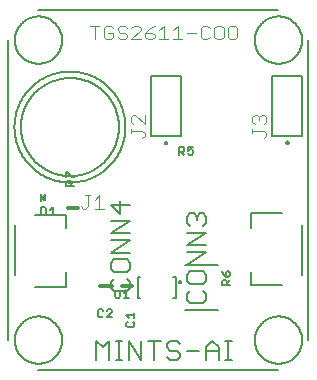
<source format=gbr>
G04 EAGLE Gerber RS-274X export*
G75*
%MOMM*%
%FSLAX34Y34*%
%LPD*%
%INSilkscreen Top*%
%IPPOS*%
%AMOC8*
5,1,8,0,0,1.08239X$1,22.5*%
G01*
%ADD10C,0.152400*%
%ADD11C,0.101600*%
%ADD12C,0.203200*%
%ADD13C,0.304800*%
%ADD14R,0.127000X0.762000*%
%ADD15C,0.127000*%
%ADD16C,0.200000*%

G36*
X30998Y142753D02*
X30998Y142753D01*
X31027Y142750D01*
X31119Y142770D01*
X31212Y142783D01*
X31239Y142796D01*
X31268Y142802D01*
X31348Y142850D01*
X31432Y142892D01*
X31453Y142913D01*
X31479Y142928D01*
X31540Y143000D01*
X31606Y143066D01*
X31619Y143092D01*
X31639Y143115D01*
X31674Y143202D01*
X31716Y143286D01*
X31720Y143316D01*
X31731Y143343D01*
X31749Y143510D01*
X31749Y148590D01*
X31744Y148619D01*
X31747Y148649D01*
X31725Y148740D01*
X31710Y148833D01*
X31696Y148859D01*
X31689Y148888D01*
X31638Y148967D01*
X31594Y149050D01*
X31573Y149071D01*
X31557Y149096D01*
X31484Y149155D01*
X31416Y149220D01*
X31389Y149232D01*
X31366Y149251D01*
X31278Y149284D01*
X31193Y149323D01*
X31163Y149326D01*
X31136Y149337D01*
X31042Y149340D01*
X30949Y149350D01*
X30919Y149344D01*
X30890Y149345D01*
X30800Y149318D01*
X30708Y149298D01*
X30683Y149283D01*
X30654Y149274D01*
X30512Y149184D01*
X27337Y146644D01*
X27268Y146567D01*
X27195Y146494D01*
X27186Y146477D01*
X27173Y146462D01*
X27131Y146366D01*
X27085Y146274D01*
X27083Y146254D01*
X27075Y146236D01*
X27066Y146133D01*
X27052Y146030D01*
X27056Y146011D01*
X27054Y145991D01*
X27079Y145890D01*
X27098Y145788D01*
X27108Y145771D01*
X27112Y145752D01*
X27168Y145665D01*
X27219Y145574D01*
X27236Y145557D01*
X27244Y145544D01*
X27269Y145524D01*
X27337Y145456D01*
X30512Y142916D01*
X30538Y142901D01*
X30560Y142881D01*
X30645Y142841D01*
X30727Y142795D01*
X30756Y142789D01*
X30783Y142777D01*
X30876Y142767D01*
X30968Y142749D01*
X30998Y142753D01*
G37*
D10*
X74422Y8382D02*
X74422Y24652D01*
X79845Y19229D01*
X85269Y24652D01*
X85269Y8382D01*
X90794Y8382D02*
X96217Y8382D01*
X93505Y8382D02*
X93505Y24652D01*
X90794Y24652D02*
X96217Y24652D01*
X101708Y24652D02*
X101708Y8382D01*
X112555Y8382D02*
X101708Y24652D01*
X112555Y24652D02*
X112555Y8382D01*
X123503Y8382D02*
X123503Y24652D01*
X118080Y24652D02*
X128926Y24652D01*
X142586Y24652D02*
X145298Y21940D01*
X142586Y24652D02*
X137163Y24652D01*
X134451Y21940D01*
X134451Y19229D01*
X137163Y16517D01*
X142586Y16517D01*
X145298Y13805D01*
X145298Y11094D01*
X142586Y8382D01*
X137163Y8382D01*
X134451Y11094D01*
X150823Y16517D02*
X161669Y16517D01*
X167194Y19229D02*
X167194Y8382D01*
X167194Y19229D02*
X172617Y24652D01*
X178041Y19229D01*
X178041Y8382D01*
X178041Y16517D02*
X167194Y16517D01*
X183566Y8382D02*
X188989Y8382D01*
X186277Y8382D02*
X186277Y24652D01*
X183566Y24652D02*
X188989Y24652D01*
D11*
X72986Y279908D02*
X72986Y291602D01*
X69088Y291602D02*
X76884Y291602D01*
X86629Y291602D02*
X88578Y289653D01*
X86629Y291602D02*
X82731Y291602D01*
X80782Y289653D01*
X80782Y281857D01*
X82731Y279908D01*
X86629Y279908D01*
X88578Y281857D01*
X88578Y285755D01*
X84680Y285755D01*
X98323Y291602D02*
X100272Y289653D01*
X98323Y291602D02*
X94425Y291602D01*
X92476Y289653D01*
X92476Y287704D01*
X94425Y285755D01*
X98323Y285755D01*
X100272Y283806D01*
X100272Y281857D01*
X98323Y279908D01*
X94425Y279908D01*
X92476Y281857D01*
X104170Y279908D02*
X111966Y279908D01*
X104170Y279908D02*
X111966Y287704D01*
X111966Y289653D01*
X110017Y291602D01*
X106119Y291602D01*
X104170Y289653D01*
X119762Y289653D02*
X123660Y291602D01*
X119762Y289653D02*
X115864Y285755D01*
X115864Y281857D01*
X117813Y279908D01*
X121711Y279908D01*
X123660Y281857D01*
X123660Y283806D01*
X121711Y285755D01*
X115864Y285755D01*
X127558Y287704D02*
X131456Y291602D01*
X131456Y279908D01*
X127558Y279908D02*
X135354Y279908D01*
X139252Y287704D02*
X143150Y291602D01*
X143150Y279908D01*
X139252Y279908D02*
X147048Y279908D01*
X150946Y285755D02*
X158742Y285755D01*
X168487Y291602D02*
X170436Y289653D01*
X168487Y291602D02*
X164589Y291602D01*
X162640Y289653D01*
X162640Y281857D01*
X164589Y279908D01*
X168487Y279908D01*
X170436Y281857D01*
X176283Y291602D02*
X180181Y291602D01*
X176283Y291602D02*
X174334Y289653D01*
X174334Y281857D01*
X176283Y279908D01*
X180181Y279908D01*
X182130Y281857D01*
X182130Y289653D01*
X180181Y291602D01*
X187977Y291602D02*
X191875Y291602D01*
X187977Y291602D02*
X186028Y289653D01*
X186028Y281857D01*
X187977Y279908D01*
X191875Y279908D01*
X193824Y281857D01*
X193824Y289653D01*
X191875Y291602D01*
D10*
X228600Y0D02*
X25400Y0D01*
X0Y25400D02*
X0Y279400D01*
X25400Y304800D02*
X228600Y304800D01*
X254000Y279400D02*
X254000Y25400D01*
D12*
X144230Y74350D02*
X144232Y74413D01*
X144238Y74475D01*
X144248Y74537D01*
X144261Y74599D01*
X144279Y74659D01*
X144300Y74718D01*
X144325Y74776D01*
X144354Y74832D01*
X144386Y74886D01*
X144421Y74938D01*
X144459Y74987D01*
X144501Y75035D01*
X144545Y75079D01*
X144593Y75121D01*
X144642Y75159D01*
X144694Y75194D01*
X144748Y75226D01*
X144804Y75255D01*
X144862Y75280D01*
X144921Y75301D01*
X144981Y75319D01*
X145043Y75332D01*
X145105Y75342D01*
X145167Y75348D01*
X145230Y75350D01*
X145293Y75348D01*
X145355Y75342D01*
X145417Y75332D01*
X145479Y75319D01*
X145539Y75301D01*
X145598Y75280D01*
X145656Y75255D01*
X145712Y75226D01*
X145766Y75194D01*
X145818Y75159D01*
X145867Y75121D01*
X145915Y75079D01*
X145959Y75035D01*
X146001Y74987D01*
X146039Y74938D01*
X146074Y74886D01*
X146106Y74832D01*
X146135Y74776D01*
X146160Y74718D01*
X146181Y74659D01*
X146199Y74599D01*
X146212Y74537D01*
X146222Y74475D01*
X146228Y74413D01*
X146230Y74350D01*
X146228Y74287D01*
X146222Y74225D01*
X146212Y74163D01*
X146199Y74101D01*
X146181Y74041D01*
X146160Y73982D01*
X146135Y73924D01*
X146106Y73868D01*
X146074Y73814D01*
X146039Y73762D01*
X146001Y73713D01*
X145959Y73665D01*
X145915Y73621D01*
X145867Y73579D01*
X145818Y73541D01*
X145766Y73506D01*
X145712Y73474D01*
X145656Y73445D01*
X145598Y73420D01*
X145539Y73399D01*
X145479Y73381D01*
X145417Y73368D01*
X145355Y73358D01*
X145293Y73352D01*
X145230Y73350D01*
X145167Y73352D01*
X145105Y73358D01*
X145043Y73368D01*
X144981Y73381D01*
X144921Y73399D01*
X144862Y73420D01*
X144804Y73445D01*
X144748Y73474D01*
X144694Y73506D01*
X144642Y73541D01*
X144593Y73579D01*
X144545Y73621D01*
X144501Y73665D01*
X144459Y73713D01*
X144421Y73762D01*
X144386Y73814D01*
X144354Y73868D01*
X144325Y73924D01*
X144300Y73982D01*
X144279Y74041D01*
X144261Y74101D01*
X144248Y74163D01*
X144238Y74225D01*
X144232Y74287D01*
X144230Y74350D01*
X141730Y60850D02*
X139730Y60850D01*
X141730Y60850D02*
X141730Y78850D01*
X139730Y78850D01*
X111730Y60850D02*
X109730Y60850D01*
X109730Y78850D01*
X111730Y78850D01*
D10*
X90014Y67824D02*
X90014Y62316D01*
X91115Y61214D01*
X93319Y61214D01*
X94420Y62316D01*
X94420Y67824D01*
X97498Y65620D02*
X99701Y67824D01*
X99701Y61214D01*
X97498Y61214D02*
X101904Y61214D01*
D13*
X104330Y71120D02*
X96330Y71120D01*
D10*
X100918Y41000D02*
X99816Y39899D01*
X99816Y37695D01*
X100918Y36594D01*
X105324Y36594D01*
X106426Y37695D01*
X106426Y39899D01*
X105324Y41000D01*
X102020Y44078D02*
X99816Y46281D01*
X106426Y46281D01*
X106426Y44078D02*
X106426Y48484D01*
X144272Y182372D02*
X144272Y188982D01*
X147577Y188982D01*
X148678Y187880D01*
X148678Y185677D01*
X147577Y184575D01*
X144272Y184575D01*
X146475Y184575D02*
X148678Y182372D01*
X151756Y188982D02*
X156163Y188982D01*
X151756Y188982D02*
X151756Y185677D01*
X153959Y186778D01*
X155061Y186778D01*
X156163Y185677D01*
X156163Y183474D01*
X155061Y182372D01*
X152858Y182372D01*
X151756Y183474D01*
D13*
X87630Y71120D02*
X77470Y71120D01*
D10*
X79269Y51314D02*
X80370Y50212D01*
X79269Y51314D02*
X77065Y51314D01*
X75964Y50212D01*
X75964Y45806D01*
X77065Y44704D01*
X79269Y44704D01*
X80370Y45806D01*
X83448Y44704D02*
X87854Y44704D01*
X83448Y44704D02*
X87854Y49110D01*
X87854Y50212D01*
X86753Y51314D01*
X84549Y51314D01*
X83448Y50212D01*
D12*
X149830Y50850D02*
X177830Y50850D01*
X177830Y88850D02*
X149830Y88850D01*
D10*
X180586Y71644D02*
X187196Y71644D01*
X180586Y71644D02*
X180586Y74949D01*
X181688Y76050D01*
X183891Y76050D01*
X184993Y74949D01*
X184993Y71644D01*
X184993Y73847D02*
X187196Y76050D01*
X181688Y81331D02*
X180586Y83534D01*
X181688Y81331D02*
X183891Y79128D01*
X186094Y79128D01*
X187196Y80229D01*
X187196Y82433D01*
X186094Y83534D01*
X184993Y83534D01*
X183891Y82433D01*
X183891Y79128D01*
D12*
X5400Y279400D02*
X5406Y279891D01*
X5424Y280381D01*
X5454Y280871D01*
X5496Y281360D01*
X5550Y281848D01*
X5616Y282335D01*
X5694Y282819D01*
X5784Y283302D01*
X5886Y283782D01*
X5999Y284260D01*
X6124Y284734D01*
X6261Y285206D01*
X6409Y285674D01*
X6569Y286138D01*
X6740Y286598D01*
X6922Y287054D01*
X7116Y287505D01*
X7320Y287951D01*
X7536Y288392D01*
X7762Y288828D01*
X7998Y289258D01*
X8245Y289682D01*
X8503Y290100D01*
X8771Y290511D01*
X9048Y290916D01*
X9336Y291314D01*
X9633Y291705D01*
X9940Y292088D01*
X10256Y292463D01*
X10581Y292831D01*
X10915Y293191D01*
X11258Y293542D01*
X11609Y293885D01*
X11969Y294219D01*
X12337Y294544D01*
X12712Y294860D01*
X13095Y295167D01*
X13486Y295464D01*
X13884Y295752D01*
X14289Y296029D01*
X14700Y296297D01*
X15118Y296555D01*
X15542Y296802D01*
X15972Y297038D01*
X16408Y297264D01*
X16849Y297480D01*
X17295Y297684D01*
X17746Y297878D01*
X18202Y298060D01*
X18662Y298231D01*
X19126Y298391D01*
X19594Y298539D01*
X20066Y298676D01*
X20540Y298801D01*
X21018Y298914D01*
X21498Y299016D01*
X21981Y299106D01*
X22465Y299184D01*
X22952Y299250D01*
X23440Y299304D01*
X23929Y299346D01*
X24419Y299376D01*
X24909Y299394D01*
X25400Y299400D01*
X25891Y299394D01*
X26381Y299376D01*
X26871Y299346D01*
X27360Y299304D01*
X27848Y299250D01*
X28335Y299184D01*
X28819Y299106D01*
X29302Y299016D01*
X29782Y298914D01*
X30260Y298801D01*
X30734Y298676D01*
X31206Y298539D01*
X31674Y298391D01*
X32138Y298231D01*
X32598Y298060D01*
X33054Y297878D01*
X33505Y297684D01*
X33951Y297480D01*
X34392Y297264D01*
X34828Y297038D01*
X35258Y296802D01*
X35682Y296555D01*
X36100Y296297D01*
X36511Y296029D01*
X36916Y295752D01*
X37314Y295464D01*
X37705Y295167D01*
X38088Y294860D01*
X38463Y294544D01*
X38831Y294219D01*
X39191Y293885D01*
X39542Y293542D01*
X39885Y293191D01*
X40219Y292831D01*
X40544Y292463D01*
X40860Y292088D01*
X41167Y291705D01*
X41464Y291314D01*
X41752Y290916D01*
X42029Y290511D01*
X42297Y290100D01*
X42555Y289682D01*
X42802Y289258D01*
X43038Y288828D01*
X43264Y288392D01*
X43480Y287951D01*
X43684Y287505D01*
X43878Y287054D01*
X44060Y286598D01*
X44231Y286138D01*
X44391Y285674D01*
X44539Y285206D01*
X44676Y284734D01*
X44801Y284260D01*
X44914Y283782D01*
X45016Y283302D01*
X45106Y282819D01*
X45184Y282335D01*
X45250Y281848D01*
X45304Y281360D01*
X45346Y280871D01*
X45376Y280381D01*
X45394Y279891D01*
X45400Y279400D01*
X45394Y278909D01*
X45376Y278419D01*
X45346Y277929D01*
X45304Y277440D01*
X45250Y276952D01*
X45184Y276465D01*
X45106Y275981D01*
X45016Y275498D01*
X44914Y275018D01*
X44801Y274540D01*
X44676Y274066D01*
X44539Y273594D01*
X44391Y273126D01*
X44231Y272662D01*
X44060Y272202D01*
X43878Y271746D01*
X43684Y271295D01*
X43480Y270849D01*
X43264Y270408D01*
X43038Y269972D01*
X42802Y269542D01*
X42555Y269118D01*
X42297Y268700D01*
X42029Y268289D01*
X41752Y267884D01*
X41464Y267486D01*
X41167Y267095D01*
X40860Y266712D01*
X40544Y266337D01*
X40219Y265969D01*
X39885Y265609D01*
X39542Y265258D01*
X39191Y264915D01*
X38831Y264581D01*
X38463Y264256D01*
X38088Y263940D01*
X37705Y263633D01*
X37314Y263336D01*
X36916Y263048D01*
X36511Y262771D01*
X36100Y262503D01*
X35682Y262245D01*
X35258Y261998D01*
X34828Y261762D01*
X34392Y261536D01*
X33951Y261320D01*
X33505Y261116D01*
X33054Y260922D01*
X32598Y260740D01*
X32138Y260569D01*
X31674Y260409D01*
X31206Y260261D01*
X30734Y260124D01*
X30260Y259999D01*
X29782Y259886D01*
X29302Y259784D01*
X28819Y259694D01*
X28335Y259616D01*
X27848Y259550D01*
X27360Y259496D01*
X26871Y259454D01*
X26381Y259424D01*
X25891Y259406D01*
X25400Y259400D01*
X24909Y259406D01*
X24419Y259424D01*
X23929Y259454D01*
X23440Y259496D01*
X22952Y259550D01*
X22465Y259616D01*
X21981Y259694D01*
X21498Y259784D01*
X21018Y259886D01*
X20540Y259999D01*
X20066Y260124D01*
X19594Y260261D01*
X19126Y260409D01*
X18662Y260569D01*
X18202Y260740D01*
X17746Y260922D01*
X17295Y261116D01*
X16849Y261320D01*
X16408Y261536D01*
X15972Y261762D01*
X15542Y261998D01*
X15118Y262245D01*
X14700Y262503D01*
X14289Y262771D01*
X13884Y263048D01*
X13486Y263336D01*
X13095Y263633D01*
X12712Y263940D01*
X12337Y264256D01*
X11969Y264581D01*
X11609Y264915D01*
X11258Y265258D01*
X10915Y265609D01*
X10581Y265969D01*
X10256Y266337D01*
X9940Y266712D01*
X9633Y267095D01*
X9336Y267486D01*
X9048Y267884D01*
X8771Y268289D01*
X8503Y268700D01*
X8245Y269118D01*
X7998Y269542D01*
X7762Y269972D01*
X7536Y270408D01*
X7320Y270849D01*
X7116Y271295D01*
X6922Y271746D01*
X6740Y272202D01*
X6569Y272662D01*
X6409Y273126D01*
X6261Y273594D01*
X6124Y274066D01*
X5999Y274540D01*
X5886Y275018D01*
X5784Y275498D01*
X5694Y275981D01*
X5616Y276465D01*
X5550Y276952D01*
X5496Y277440D01*
X5454Y277929D01*
X5424Y278419D01*
X5406Y278909D01*
X5400Y279400D01*
X208600Y279400D02*
X208606Y279891D01*
X208624Y280381D01*
X208654Y280871D01*
X208696Y281360D01*
X208750Y281848D01*
X208816Y282335D01*
X208894Y282819D01*
X208984Y283302D01*
X209086Y283782D01*
X209199Y284260D01*
X209324Y284734D01*
X209461Y285206D01*
X209609Y285674D01*
X209769Y286138D01*
X209940Y286598D01*
X210122Y287054D01*
X210316Y287505D01*
X210520Y287951D01*
X210736Y288392D01*
X210962Y288828D01*
X211198Y289258D01*
X211445Y289682D01*
X211703Y290100D01*
X211971Y290511D01*
X212248Y290916D01*
X212536Y291314D01*
X212833Y291705D01*
X213140Y292088D01*
X213456Y292463D01*
X213781Y292831D01*
X214115Y293191D01*
X214458Y293542D01*
X214809Y293885D01*
X215169Y294219D01*
X215537Y294544D01*
X215912Y294860D01*
X216295Y295167D01*
X216686Y295464D01*
X217084Y295752D01*
X217489Y296029D01*
X217900Y296297D01*
X218318Y296555D01*
X218742Y296802D01*
X219172Y297038D01*
X219608Y297264D01*
X220049Y297480D01*
X220495Y297684D01*
X220946Y297878D01*
X221402Y298060D01*
X221862Y298231D01*
X222326Y298391D01*
X222794Y298539D01*
X223266Y298676D01*
X223740Y298801D01*
X224218Y298914D01*
X224698Y299016D01*
X225181Y299106D01*
X225665Y299184D01*
X226152Y299250D01*
X226640Y299304D01*
X227129Y299346D01*
X227619Y299376D01*
X228109Y299394D01*
X228600Y299400D01*
X229091Y299394D01*
X229581Y299376D01*
X230071Y299346D01*
X230560Y299304D01*
X231048Y299250D01*
X231535Y299184D01*
X232019Y299106D01*
X232502Y299016D01*
X232982Y298914D01*
X233460Y298801D01*
X233934Y298676D01*
X234406Y298539D01*
X234874Y298391D01*
X235338Y298231D01*
X235798Y298060D01*
X236254Y297878D01*
X236705Y297684D01*
X237151Y297480D01*
X237592Y297264D01*
X238028Y297038D01*
X238458Y296802D01*
X238882Y296555D01*
X239300Y296297D01*
X239711Y296029D01*
X240116Y295752D01*
X240514Y295464D01*
X240905Y295167D01*
X241288Y294860D01*
X241663Y294544D01*
X242031Y294219D01*
X242391Y293885D01*
X242742Y293542D01*
X243085Y293191D01*
X243419Y292831D01*
X243744Y292463D01*
X244060Y292088D01*
X244367Y291705D01*
X244664Y291314D01*
X244952Y290916D01*
X245229Y290511D01*
X245497Y290100D01*
X245755Y289682D01*
X246002Y289258D01*
X246238Y288828D01*
X246464Y288392D01*
X246680Y287951D01*
X246884Y287505D01*
X247078Y287054D01*
X247260Y286598D01*
X247431Y286138D01*
X247591Y285674D01*
X247739Y285206D01*
X247876Y284734D01*
X248001Y284260D01*
X248114Y283782D01*
X248216Y283302D01*
X248306Y282819D01*
X248384Y282335D01*
X248450Y281848D01*
X248504Y281360D01*
X248546Y280871D01*
X248576Y280381D01*
X248594Y279891D01*
X248600Y279400D01*
X248594Y278909D01*
X248576Y278419D01*
X248546Y277929D01*
X248504Y277440D01*
X248450Y276952D01*
X248384Y276465D01*
X248306Y275981D01*
X248216Y275498D01*
X248114Y275018D01*
X248001Y274540D01*
X247876Y274066D01*
X247739Y273594D01*
X247591Y273126D01*
X247431Y272662D01*
X247260Y272202D01*
X247078Y271746D01*
X246884Y271295D01*
X246680Y270849D01*
X246464Y270408D01*
X246238Y269972D01*
X246002Y269542D01*
X245755Y269118D01*
X245497Y268700D01*
X245229Y268289D01*
X244952Y267884D01*
X244664Y267486D01*
X244367Y267095D01*
X244060Y266712D01*
X243744Y266337D01*
X243419Y265969D01*
X243085Y265609D01*
X242742Y265258D01*
X242391Y264915D01*
X242031Y264581D01*
X241663Y264256D01*
X241288Y263940D01*
X240905Y263633D01*
X240514Y263336D01*
X240116Y263048D01*
X239711Y262771D01*
X239300Y262503D01*
X238882Y262245D01*
X238458Y261998D01*
X238028Y261762D01*
X237592Y261536D01*
X237151Y261320D01*
X236705Y261116D01*
X236254Y260922D01*
X235798Y260740D01*
X235338Y260569D01*
X234874Y260409D01*
X234406Y260261D01*
X233934Y260124D01*
X233460Y259999D01*
X232982Y259886D01*
X232502Y259784D01*
X232019Y259694D01*
X231535Y259616D01*
X231048Y259550D01*
X230560Y259496D01*
X230071Y259454D01*
X229581Y259424D01*
X229091Y259406D01*
X228600Y259400D01*
X228109Y259406D01*
X227619Y259424D01*
X227129Y259454D01*
X226640Y259496D01*
X226152Y259550D01*
X225665Y259616D01*
X225181Y259694D01*
X224698Y259784D01*
X224218Y259886D01*
X223740Y259999D01*
X223266Y260124D01*
X222794Y260261D01*
X222326Y260409D01*
X221862Y260569D01*
X221402Y260740D01*
X220946Y260922D01*
X220495Y261116D01*
X220049Y261320D01*
X219608Y261536D01*
X219172Y261762D01*
X218742Y261998D01*
X218318Y262245D01*
X217900Y262503D01*
X217489Y262771D01*
X217084Y263048D01*
X216686Y263336D01*
X216295Y263633D01*
X215912Y263940D01*
X215537Y264256D01*
X215169Y264581D01*
X214809Y264915D01*
X214458Y265258D01*
X214115Y265609D01*
X213781Y265969D01*
X213456Y266337D01*
X213140Y266712D01*
X212833Y267095D01*
X212536Y267486D01*
X212248Y267884D01*
X211971Y268289D01*
X211703Y268700D01*
X211445Y269118D01*
X211198Y269542D01*
X210962Y269972D01*
X210736Y270408D01*
X210520Y270849D01*
X210316Y271295D01*
X210122Y271746D01*
X209940Y272202D01*
X209769Y272662D01*
X209609Y273126D01*
X209461Y273594D01*
X209324Y274066D01*
X209199Y274540D01*
X209086Y275018D01*
X208984Y275498D01*
X208894Y275981D01*
X208816Y276465D01*
X208750Y276952D01*
X208696Y277440D01*
X208654Y277929D01*
X208624Y278419D01*
X208606Y278909D01*
X208600Y279400D01*
D10*
X205190Y71600D02*
X231190Y71600D01*
X205190Y71600D02*
X205190Y82600D01*
X205190Y120600D02*
X205190Y132600D01*
X231190Y132600D01*
X248190Y122600D02*
X248190Y80600D01*
X154010Y67209D02*
X151298Y64497D01*
X151298Y59074D01*
X154010Y56362D01*
X164856Y56362D01*
X167568Y59074D01*
X167568Y64497D01*
X164856Y67209D01*
X151298Y75445D02*
X151298Y80869D01*
X151298Y75445D02*
X154010Y72734D01*
X164856Y72734D01*
X167568Y75445D01*
X167568Y80869D01*
X164856Y83580D01*
X154010Y83580D01*
X151298Y80869D01*
X151298Y89105D02*
X167568Y89105D01*
X167568Y99952D02*
X151298Y89105D01*
X151298Y99952D02*
X167568Y99952D01*
X167568Y105477D02*
X151298Y105477D01*
X167568Y116323D01*
X151298Y116323D01*
X154010Y121848D02*
X151298Y124560D01*
X151298Y129983D01*
X154010Y132695D01*
X156721Y132695D01*
X159433Y129983D01*
X159433Y127272D01*
X159433Y129983D02*
X162145Y132695D01*
X164856Y132695D01*
X167568Y129983D01*
X167568Y124560D01*
X164856Y121848D01*
X48810Y131600D02*
X22810Y131600D01*
X48810Y131600D02*
X48810Y120600D01*
X48810Y82600D02*
X48810Y70600D01*
X22810Y70600D01*
X5810Y80600D02*
X5810Y122600D01*
X86418Y74639D02*
X89130Y77351D01*
X86418Y74639D02*
X86418Y69216D01*
X89130Y66504D01*
X99976Y66504D01*
X102688Y69216D01*
X102688Y74639D01*
X99976Y77351D01*
X86418Y85587D02*
X86418Y91011D01*
X86418Y85587D02*
X89130Y82876D01*
X99976Y82876D01*
X102688Y85587D01*
X102688Y91011D01*
X99976Y93722D01*
X89130Y93722D01*
X86418Y91011D01*
X86418Y99247D02*
X102688Y99247D01*
X102688Y110094D02*
X86418Y99247D01*
X86418Y110094D02*
X102688Y110094D01*
X102688Y115619D02*
X86418Y115619D01*
X102688Y126465D01*
X86418Y126465D01*
X86418Y140125D02*
X102688Y140125D01*
X94553Y131990D02*
X86418Y140125D01*
X94553Y142837D02*
X94553Y131990D01*
D12*
X5400Y25400D02*
X5406Y25891D01*
X5424Y26381D01*
X5454Y26871D01*
X5496Y27360D01*
X5550Y27848D01*
X5616Y28335D01*
X5694Y28819D01*
X5784Y29302D01*
X5886Y29782D01*
X5999Y30260D01*
X6124Y30734D01*
X6261Y31206D01*
X6409Y31674D01*
X6569Y32138D01*
X6740Y32598D01*
X6922Y33054D01*
X7116Y33505D01*
X7320Y33951D01*
X7536Y34392D01*
X7762Y34828D01*
X7998Y35258D01*
X8245Y35682D01*
X8503Y36100D01*
X8771Y36511D01*
X9048Y36916D01*
X9336Y37314D01*
X9633Y37705D01*
X9940Y38088D01*
X10256Y38463D01*
X10581Y38831D01*
X10915Y39191D01*
X11258Y39542D01*
X11609Y39885D01*
X11969Y40219D01*
X12337Y40544D01*
X12712Y40860D01*
X13095Y41167D01*
X13486Y41464D01*
X13884Y41752D01*
X14289Y42029D01*
X14700Y42297D01*
X15118Y42555D01*
X15542Y42802D01*
X15972Y43038D01*
X16408Y43264D01*
X16849Y43480D01*
X17295Y43684D01*
X17746Y43878D01*
X18202Y44060D01*
X18662Y44231D01*
X19126Y44391D01*
X19594Y44539D01*
X20066Y44676D01*
X20540Y44801D01*
X21018Y44914D01*
X21498Y45016D01*
X21981Y45106D01*
X22465Y45184D01*
X22952Y45250D01*
X23440Y45304D01*
X23929Y45346D01*
X24419Y45376D01*
X24909Y45394D01*
X25400Y45400D01*
X25891Y45394D01*
X26381Y45376D01*
X26871Y45346D01*
X27360Y45304D01*
X27848Y45250D01*
X28335Y45184D01*
X28819Y45106D01*
X29302Y45016D01*
X29782Y44914D01*
X30260Y44801D01*
X30734Y44676D01*
X31206Y44539D01*
X31674Y44391D01*
X32138Y44231D01*
X32598Y44060D01*
X33054Y43878D01*
X33505Y43684D01*
X33951Y43480D01*
X34392Y43264D01*
X34828Y43038D01*
X35258Y42802D01*
X35682Y42555D01*
X36100Y42297D01*
X36511Y42029D01*
X36916Y41752D01*
X37314Y41464D01*
X37705Y41167D01*
X38088Y40860D01*
X38463Y40544D01*
X38831Y40219D01*
X39191Y39885D01*
X39542Y39542D01*
X39885Y39191D01*
X40219Y38831D01*
X40544Y38463D01*
X40860Y38088D01*
X41167Y37705D01*
X41464Y37314D01*
X41752Y36916D01*
X42029Y36511D01*
X42297Y36100D01*
X42555Y35682D01*
X42802Y35258D01*
X43038Y34828D01*
X43264Y34392D01*
X43480Y33951D01*
X43684Y33505D01*
X43878Y33054D01*
X44060Y32598D01*
X44231Y32138D01*
X44391Y31674D01*
X44539Y31206D01*
X44676Y30734D01*
X44801Y30260D01*
X44914Y29782D01*
X45016Y29302D01*
X45106Y28819D01*
X45184Y28335D01*
X45250Y27848D01*
X45304Y27360D01*
X45346Y26871D01*
X45376Y26381D01*
X45394Y25891D01*
X45400Y25400D01*
X45394Y24909D01*
X45376Y24419D01*
X45346Y23929D01*
X45304Y23440D01*
X45250Y22952D01*
X45184Y22465D01*
X45106Y21981D01*
X45016Y21498D01*
X44914Y21018D01*
X44801Y20540D01*
X44676Y20066D01*
X44539Y19594D01*
X44391Y19126D01*
X44231Y18662D01*
X44060Y18202D01*
X43878Y17746D01*
X43684Y17295D01*
X43480Y16849D01*
X43264Y16408D01*
X43038Y15972D01*
X42802Y15542D01*
X42555Y15118D01*
X42297Y14700D01*
X42029Y14289D01*
X41752Y13884D01*
X41464Y13486D01*
X41167Y13095D01*
X40860Y12712D01*
X40544Y12337D01*
X40219Y11969D01*
X39885Y11609D01*
X39542Y11258D01*
X39191Y10915D01*
X38831Y10581D01*
X38463Y10256D01*
X38088Y9940D01*
X37705Y9633D01*
X37314Y9336D01*
X36916Y9048D01*
X36511Y8771D01*
X36100Y8503D01*
X35682Y8245D01*
X35258Y7998D01*
X34828Y7762D01*
X34392Y7536D01*
X33951Y7320D01*
X33505Y7116D01*
X33054Y6922D01*
X32598Y6740D01*
X32138Y6569D01*
X31674Y6409D01*
X31206Y6261D01*
X30734Y6124D01*
X30260Y5999D01*
X29782Y5886D01*
X29302Y5784D01*
X28819Y5694D01*
X28335Y5616D01*
X27848Y5550D01*
X27360Y5496D01*
X26871Y5454D01*
X26381Y5424D01*
X25891Y5406D01*
X25400Y5400D01*
X24909Y5406D01*
X24419Y5424D01*
X23929Y5454D01*
X23440Y5496D01*
X22952Y5550D01*
X22465Y5616D01*
X21981Y5694D01*
X21498Y5784D01*
X21018Y5886D01*
X20540Y5999D01*
X20066Y6124D01*
X19594Y6261D01*
X19126Y6409D01*
X18662Y6569D01*
X18202Y6740D01*
X17746Y6922D01*
X17295Y7116D01*
X16849Y7320D01*
X16408Y7536D01*
X15972Y7762D01*
X15542Y7998D01*
X15118Y8245D01*
X14700Y8503D01*
X14289Y8771D01*
X13884Y9048D01*
X13486Y9336D01*
X13095Y9633D01*
X12712Y9940D01*
X12337Y10256D01*
X11969Y10581D01*
X11609Y10915D01*
X11258Y11258D01*
X10915Y11609D01*
X10581Y11969D01*
X10256Y12337D01*
X9940Y12712D01*
X9633Y13095D01*
X9336Y13486D01*
X9048Y13884D01*
X8771Y14289D01*
X8503Y14700D01*
X8245Y15118D01*
X7998Y15542D01*
X7762Y15972D01*
X7536Y16408D01*
X7320Y16849D01*
X7116Y17295D01*
X6922Y17746D01*
X6740Y18202D01*
X6569Y18662D01*
X6409Y19126D01*
X6261Y19594D01*
X6124Y20066D01*
X5999Y20540D01*
X5886Y21018D01*
X5784Y21498D01*
X5694Y21981D01*
X5616Y22465D01*
X5550Y22952D01*
X5496Y23440D01*
X5454Y23929D01*
X5424Y24419D01*
X5406Y24909D01*
X5400Y25400D01*
X208600Y25400D02*
X208606Y25891D01*
X208624Y26381D01*
X208654Y26871D01*
X208696Y27360D01*
X208750Y27848D01*
X208816Y28335D01*
X208894Y28819D01*
X208984Y29302D01*
X209086Y29782D01*
X209199Y30260D01*
X209324Y30734D01*
X209461Y31206D01*
X209609Y31674D01*
X209769Y32138D01*
X209940Y32598D01*
X210122Y33054D01*
X210316Y33505D01*
X210520Y33951D01*
X210736Y34392D01*
X210962Y34828D01*
X211198Y35258D01*
X211445Y35682D01*
X211703Y36100D01*
X211971Y36511D01*
X212248Y36916D01*
X212536Y37314D01*
X212833Y37705D01*
X213140Y38088D01*
X213456Y38463D01*
X213781Y38831D01*
X214115Y39191D01*
X214458Y39542D01*
X214809Y39885D01*
X215169Y40219D01*
X215537Y40544D01*
X215912Y40860D01*
X216295Y41167D01*
X216686Y41464D01*
X217084Y41752D01*
X217489Y42029D01*
X217900Y42297D01*
X218318Y42555D01*
X218742Y42802D01*
X219172Y43038D01*
X219608Y43264D01*
X220049Y43480D01*
X220495Y43684D01*
X220946Y43878D01*
X221402Y44060D01*
X221862Y44231D01*
X222326Y44391D01*
X222794Y44539D01*
X223266Y44676D01*
X223740Y44801D01*
X224218Y44914D01*
X224698Y45016D01*
X225181Y45106D01*
X225665Y45184D01*
X226152Y45250D01*
X226640Y45304D01*
X227129Y45346D01*
X227619Y45376D01*
X228109Y45394D01*
X228600Y45400D01*
X229091Y45394D01*
X229581Y45376D01*
X230071Y45346D01*
X230560Y45304D01*
X231048Y45250D01*
X231535Y45184D01*
X232019Y45106D01*
X232502Y45016D01*
X232982Y44914D01*
X233460Y44801D01*
X233934Y44676D01*
X234406Y44539D01*
X234874Y44391D01*
X235338Y44231D01*
X235798Y44060D01*
X236254Y43878D01*
X236705Y43684D01*
X237151Y43480D01*
X237592Y43264D01*
X238028Y43038D01*
X238458Y42802D01*
X238882Y42555D01*
X239300Y42297D01*
X239711Y42029D01*
X240116Y41752D01*
X240514Y41464D01*
X240905Y41167D01*
X241288Y40860D01*
X241663Y40544D01*
X242031Y40219D01*
X242391Y39885D01*
X242742Y39542D01*
X243085Y39191D01*
X243419Y38831D01*
X243744Y38463D01*
X244060Y38088D01*
X244367Y37705D01*
X244664Y37314D01*
X244952Y36916D01*
X245229Y36511D01*
X245497Y36100D01*
X245755Y35682D01*
X246002Y35258D01*
X246238Y34828D01*
X246464Y34392D01*
X246680Y33951D01*
X246884Y33505D01*
X247078Y33054D01*
X247260Y32598D01*
X247431Y32138D01*
X247591Y31674D01*
X247739Y31206D01*
X247876Y30734D01*
X248001Y30260D01*
X248114Y29782D01*
X248216Y29302D01*
X248306Y28819D01*
X248384Y28335D01*
X248450Y27848D01*
X248504Y27360D01*
X248546Y26871D01*
X248576Y26381D01*
X248594Y25891D01*
X248600Y25400D01*
X248594Y24909D01*
X248576Y24419D01*
X248546Y23929D01*
X248504Y23440D01*
X248450Y22952D01*
X248384Y22465D01*
X248306Y21981D01*
X248216Y21498D01*
X248114Y21018D01*
X248001Y20540D01*
X247876Y20066D01*
X247739Y19594D01*
X247591Y19126D01*
X247431Y18662D01*
X247260Y18202D01*
X247078Y17746D01*
X246884Y17295D01*
X246680Y16849D01*
X246464Y16408D01*
X246238Y15972D01*
X246002Y15542D01*
X245755Y15118D01*
X245497Y14700D01*
X245229Y14289D01*
X244952Y13884D01*
X244664Y13486D01*
X244367Y13095D01*
X244060Y12712D01*
X243744Y12337D01*
X243419Y11969D01*
X243085Y11609D01*
X242742Y11258D01*
X242391Y10915D01*
X242031Y10581D01*
X241663Y10256D01*
X241288Y9940D01*
X240905Y9633D01*
X240514Y9336D01*
X240116Y9048D01*
X239711Y8771D01*
X239300Y8503D01*
X238882Y8245D01*
X238458Y7998D01*
X238028Y7762D01*
X237592Y7536D01*
X237151Y7320D01*
X236705Y7116D01*
X236254Y6922D01*
X235798Y6740D01*
X235338Y6569D01*
X234874Y6409D01*
X234406Y6261D01*
X233934Y6124D01*
X233460Y5999D01*
X232982Y5886D01*
X232502Y5784D01*
X232019Y5694D01*
X231535Y5616D01*
X231048Y5550D01*
X230560Y5496D01*
X230071Y5454D01*
X229581Y5424D01*
X229091Y5406D01*
X228600Y5400D01*
X228109Y5406D01*
X227619Y5424D01*
X227129Y5454D01*
X226640Y5496D01*
X226152Y5550D01*
X225665Y5616D01*
X225181Y5694D01*
X224698Y5784D01*
X224218Y5886D01*
X223740Y5999D01*
X223266Y6124D01*
X222794Y6261D01*
X222326Y6409D01*
X221862Y6569D01*
X221402Y6740D01*
X220946Y6922D01*
X220495Y7116D01*
X220049Y7320D01*
X219608Y7536D01*
X219172Y7762D01*
X218742Y7998D01*
X218318Y8245D01*
X217900Y8503D01*
X217489Y8771D01*
X217084Y9048D01*
X216686Y9336D01*
X216295Y9633D01*
X215912Y9940D01*
X215537Y10256D01*
X215169Y10581D01*
X214809Y10915D01*
X214458Y11258D01*
X214115Y11609D01*
X213781Y11969D01*
X213456Y12337D01*
X213140Y12712D01*
X212833Y13095D01*
X212536Y13486D01*
X212248Y13884D01*
X211971Y14289D01*
X211703Y14700D01*
X211445Y15118D01*
X211198Y15542D01*
X210962Y15972D01*
X210736Y16408D01*
X210520Y16849D01*
X210316Y17295D01*
X210122Y17746D01*
X209940Y18202D01*
X209769Y18662D01*
X209609Y19126D01*
X209461Y19594D01*
X209324Y20066D01*
X209199Y20540D01*
X209086Y21018D01*
X208984Y21498D01*
X208894Y21981D01*
X208816Y22465D01*
X208750Y22952D01*
X208696Y23440D01*
X208654Y23929D01*
X208624Y24419D01*
X208606Y24909D01*
X208600Y25400D01*
D14*
X27178Y146050D03*
D10*
X27704Y137674D02*
X27704Y131064D01*
X31009Y131064D01*
X32110Y132166D01*
X32110Y136572D01*
X31009Y137674D01*
X27704Y137674D01*
X35188Y135470D02*
X37391Y137674D01*
X37391Y131064D01*
X35188Y131064D02*
X39594Y131064D01*
D13*
X50610Y137160D02*
X58610Y137160D01*
D10*
X55118Y155702D02*
X48508Y155702D01*
X48508Y159007D01*
X49610Y160108D01*
X51813Y160108D01*
X52915Y159007D01*
X52915Y155702D01*
X52915Y157905D02*
X55118Y160108D01*
X48508Y163186D02*
X48508Y167593D01*
X49610Y167593D01*
X54016Y163186D01*
X55118Y163186D01*
D15*
X5070Y205740D02*
X5084Y206893D01*
X5127Y208046D01*
X5197Y209198D01*
X5296Y210347D01*
X5423Y211493D01*
X5579Y212636D01*
X5762Y213775D01*
X5973Y214909D01*
X6212Y216038D01*
X6479Y217160D01*
X6773Y218275D01*
X7094Y219383D01*
X7442Y220483D01*
X7817Y221574D01*
X8219Y222655D01*
X8648Y223726D01*
X9102Y224786D01*
X9583Y225835D01*
X10088Y226872D01*
X10620Y227896D01*
X11176Y228906D01*
X11757Y229903D01*
X12362Y230885D01*
X12991Y231852D01*
X13644Y232803D01*
X14319Y233738D01*
X15018Y234656D01*
X15739Y235556D01*
X16481Y236439D01*
X17245Y237303D01*
X18030Y238148D01*
X18836Y238974D01*
X19662Y239780D01*
X20507Y240565D01*
X21371Y241329D01*
X22254Y242071D01*
X23154Y242792D01*
X24072Y243491D01*
X25007Y244166D01*
X25958Y244819D01*
X26925Y245448D01*
X27907Y246053D01*
X28904Y246634D01*
X29914Y247190D01*
X30938Y247722D01*
X31975Y248227D01*
X33024Y248708D01*
X34084Y249162D01*
X35155Y249591D01*
X36236Y249993D01*
X37327Y250368D01*
X38427Y250716D01*
X39535Y251037D01*
X40650Y251331D01*
X41772Y251598D01*
X42901Y251837D01*
X44035Y252048D01*
X45174Y252231D01*
X46317Y252387D01*
X47463Y252514D01*
X48612Y252613D01*
X49764Y252683D01*
X50917Y252726D01*
X52070Y252740D01*
X53223Y252726D01*
X54376Y252683D01*
X55528Y252613D01*
X56677Y252514D01*
X57823Y252387D01*
X58966Y252231D01*
X60105Y252048D01*
X61239Y251837D01*
X62368Y251598D01*
X63490Y251331D01*
X64605Y251037D01*
X65713Y250716D01*
X66813Y250368D01*
X67904Y249993D01*
X68985Y249591D01*
X70056Y249162D01*
X71116Y248708D01*
X72165Y248227D01*
X73202Y247722D01*
X74226Y247190D01*
X75236Y246634D01*
X76233Y246053D01*
X77215Y245448D01*
X78182Y244819D01*
X79133Y244166D01*
X80068Y243491D01*
X80986Y242792D01*
X81886Y242071D01*
X82769Y241329D01*
X83633Y240565D01*
X84478Y239780D01*
X85304Y238974D01*
X86110Y238148D01*
X86895Y237303D01*
X87659Y236439D01*
X88401Y235556D01*
X89122Y234656D01*
X89821Y233738D01*
X90496Y232803D01*
X91149Y231852D01*
X91778Y230885D01*
X92383Y229903D01*
X92964Y228906D01*
X93520Y227896D01*
X94052Y226872D01*
X94557Y225835D01*
X95038Y224786D01*
X95492Y223726D01*
X95921Y222655D01*
X96323Y221574D01*
X96698Y220483D01*
X97046Y219383D01*
X97367Y218275D01*
X97661Y217160D01*
X97928Y216038D01*
X98167Y214909D01*
X98378Y213775D01*
X98561Y212636D01*
X98717Y211493D01*
X98844Y210347D01*
X98943Y209198D01*
X99013Y208046D01*
X99056Y206893D01*
X99070Y205740D01*
X99056Y204587D01*
X99013Y203434D01*
X98943Y202282D01*
X98844Y201133D01*
X98717Y199987D01*
X98561Y198844D01*
X98378Y197705D01*
X98167Y196571D01*
X97928Y195442D01*
X97661Y194320D01*
X97367Y193205D01*
X97046Y192097D01*
X96698Y190997D01*
X96323Y189906D01*
X95921Y188825D01*
X95492Y187754D01*
X95038Y186694D01*
X94557Y185645D01*
X94052Y184608D01*
X93520Y183584D01*
X92964Y182574D01*
X92383Y181577D01*
X91778Y180595D01*
X91149Y179628D01*
X90496Y178677D01*
X89821Y177742D01*
X89122Y176824D01*
X88401Y175924D01*
X87659Y175041D01*
X86895Y174177D01*
X86110Y173332D01*
X85304Y172506D01*
X84478Y171700D01*
X83633Y170915D01*
X82769Y170151D01*
X81886Y169409D01*
X80986Y168688D01*
X80068Y167989D01*
X79133Y167314D01*
X78182Y166661D01*
X77215Y166032D01*
X76233Y165427D01*
X75236Y164846D01*
X74226Y164290D01*
X73202Y163758D01*
X72165Y163253D01*
X71116Y162772D01*
X70056Y162318D01*
X68985Y161889D01*
X67904Y161487D01*
X66813Y161112D01*
X65713Y160764D01*
X64605Y160443D01*
X63490Y160149D01*
X62368Y159882D01*
X61239Y159643D01*
X60105Y159432D01*
X58966Y159249D01*
X57823Y159093D01*
X56677Y158966D01*
X55528Y158867D01*
X54376Y158797D01*
X53223Y158754D01*
X52070Y158740D01*
X50917Y158754D01*
X49764Y158797D01*
X48612Y158867D01*
X47463Y158966D01*
X46317Y159093D01*
X45174Y159249D01*
X44035Y159432D01*
X42901Y159643D01*
X41772Y159882D01*
X40650Y160149D01*
X39535Y160443D01*
X38427Y160764D01*
X37327Y161112D01*
X36236Y161487D01*
X35155Y161889D01*
X34084Y162318D01*
X33024Y162772D01*
X31975Y163253D01*
X30938Y163758D01*
X29914Y164290D01*
X28904Y164846D01*
X27907Y165427D01*
X26925Y166032D01*
X25958Y166661D01*
X25007Y167314D01*
X24072Y167989D01*
X23154Y168688D01*
X22254Y169409D01*
X21371Y170151D01*
X20507Y170915D01*
X19662Y171700D01*
X18836Y172506D01*
X18030Y173332D01*
X17245Y174177D01*
X16481Y175041D01*
X15739Y175924D01*
X15018Y176824D01*
X14319Y177742D01*
X13644Y178677D01*
X12991Y179628D01*
X12362Y180595D01*
X11757Y181577D01*
X11176Y182574D01*
X10620Y183584D01*
X10088Y184608D01*
X9583Y185645D01*
X9102Y186694D01*
X8648Y187754D01*
X8219Y188825D01*
X7817Y189906D01*
X7442Y190997D01*
X7094Y192097D01*
X6773Y193205D01*
X6479Y194320D01*
X6212Y195442D01*
X5973Y196571D01*
X5762Y197705D01*
X5579Y198844D01*
X5423Y199987D01*
X5296Y201133D01*
X5197Y202282D01*
X5127Y203434D01*
X5084Y204587D01*
X5070Y205740D01*
X10570Y205740D02*
X10582Y206758D01*
X10620Y207776D01*
X10682Y208793D01*
X10770Y209808D01*
X10882Y210820D01*
X11019Y211829D01*
X11181Y212835D01*
X11367Y213836D01*
X11578Y214833D01*
X11814Y215824D01*
X12073Y216809D01*
X12357Y217787D01*
X12665Y218758D01*
X12996Y219721D01*
X13351Y220676D01*
X13729Y221621D01*
X14130Y222558D01*
X14554Y223484D01*
X15001Y224399D01*
X15470Y225303D01*
X15961Y226195D01*
X16474Y227075D01*
X17009Y227942D01*
X17564Y228796D01*
X18140Y229636D01*
X18737Y230462D01*
X19354Y231272D01*
X19990Y232067D01*
X20646Y232847D01*
X21321Y233610D01*
X22014Y234356D01*
X22725Y235085D01*
X23454Y235796D01*
X24200Y236489D01*
X24963Y237164D01*
X25743Y237820D01*
X26538Y238456D01*
X27348Y239073D01*
X28174Y239670D01*
X29014Y240246D01*
X29868Y240801D01*
X30735Y241336D01*
X31615Y241849D01*
X32507Y242340D01*
X33411Y242809D01*
X34326Y243256D01*
X35252Y243680D01*
X36189Y244081D01*
X37134Y244459D01*
X38089Y244814D01*
X39052Y245145D01*
X40023Y245453D01*
X41001Y245737D01*
X41986Y245996D01*
X42977Y246232D01*
X43974Y246443D01*
X44975Y246629D01*
X45981Y246791D01*
X46990Y246928D01*
X48002Y247040D01*
X49017Y247128D01*
X50034Y247190D01*
X51052Y247228D01*
X52070Y247240D01*
X53088Y247228D01*
X54106Y247190D01*
X55123Y247128D01*
X56138Y247040D01*
X57150Y246928D01*
X58159Y246791D01*
X59165Y246629D01*
X60166Y246443D01*
X61163Y246232D01*
X62154Y245996D01*
X63139Y245737D01*
X64117Y245453D01*
X65088Y245145D01*
X66051Y244814D01*
X67006Y244459D01*
X67951Y244081D01*
X68888Y243680D01*
X69814Y243256D01*
X70729Y242809D01*
X71633Y242340D01*
X72525Y241849D01*
X73405Y241336D01*
X74272Y240801D01*
X75126Y240246D01*
X75966Y239670D01*
X76792Y239073D01*
X77602Y238456D01*
X78397Y237820D01*
X79177Y237164D01*
X79940Y236489D01*
X80686Y235796D01*
X81415Y235085D01*
X82126Y234356D01*
X82819Y233610D01*
X83494Y232847D01*
X84150Y232067D01*
X84786Y231272D01*
X85403Y230462D01*
X86000Y229636D01*
X86576Y228796D01*
X87131Y227942D01*
X87666Y227075D01*
X88179Y226195D01*
X88670Y225303D01*
X89139Y224399D01*
X89586Y223484D01*
X90010Y222558D01*
X90411Y221621D01*
X90789Y220676D01*
X91144Y219721D01*
X91475Y218758D01*
X91783Y217787D01*
X92067Y216809D01*
X92326Y215824D01*
X92562Y214833D01*
X92773Y213836D01*
X92959Y212835D01*
X93121Y211829D01*
X93258Y210820D01*
X93370Y209808D01*
X93458Y208793D01*
X93520Y207776D01*
X93558Y206758D01*
X93570Y205740D01*
X93558Y204722D01*
X93520Y203704D01*
X93458Y202687D01*
X93370Y201672D01*
X93258Y200660D01*
X93121Y199651D01*
X92959Y198645D01*
X92773Y197644D01*
X92562Y196647D01*
X92326Y195656D01*
X92067Y194671D01*
X91783Y193693D01*
X91475Y192722D01*
X91144Y191759D01*
X90789Y190804D01*
X90411Y189859D01*
X90010Y188922D01*
X89586Y187996D01*
X89139Y187081D01*
X88670Y186177D01*
X88179Y185285D01*
X87666Y184405D01*
X87131Y183538D01*
X86576Y182684D01*
X86000Y181844D01*
X85403Y181018D01*
X84786Y180208D01*
X84150Y179413D01*
X83494Y178633D01*
X82819Y177870D01*
X82126Y177124D01*
X81415Y176395D01*
X80686Y175684D01*
X79940Y174991D01*
X79177Y174316D01*
X78397Y173660D01*
X77602Y173024D01*
X76792Y172407D01*
X75966Y171810D01*
X75126Y171234D01*
X74272Y170679D01*
X73405Y170144D01*
X72525Y169631D01*
X71633Y169140D01*
X70729Y168671D01*
X69814Y168224D01*
X68888Y167800D01*
X67951Y167399D01*
X67006Y167021D01*
X66051Y166666D01*
X65088Y166335D01*
X64117Y166027D01*
X63139Y165743D01*
X62154Y165484D01*
X61163Y165248D01*
X60166Y165037D01*
X59165Y164851D01*
X58159Y164689D01*
X57150Y164552D01*
X56138Y164440D01*
X55123Y164352D01*
X54106Y164290D01*
X53088Y164252D01*
X52070Y164240D01*
X51052Y164252D01*
X50034Y164290D01*
X49017Y164352D01*
X48002Y164440D01*
X46990Y164552D01*
X45981Y164689D01*
X44975Y164851D01*
X43974Y165037D01*
X42977Y165248D01*
X41986Y165484D01*
X41001Y165743D01*
X40023Y166027D01*
X39052Y166335D01*
X38089Y166666D01*
X37134Y167021D01*
X36189Y167399D01*
X35252Y167800D01*
X34326Y168224D01*
X33411Y168671D01*
X32507Y169140D01*
X31615Y169631D01*
X30735Y170144D01*
X29868Y170679D01*
X29014Y171234D01*
X28174Y171810D01*
X27348Y172407D01*
X26538Y173024D01*
X25743Y173660D01*
X24963Y174316D01*
X24200Y174991D01*
X23454Y175684D01*
X22725Y176395D01*
X22014Y177124D01*
X21321Y177870D01*
X20646Y178633D01*
X19990Y179413D01*
X19354Y180208D01*
X18737Y181018D01*
X18140Y181844D01*
X17564Y182684D01*
X17009Y183538D01*
X16474Y184405D01*
X15961Y185285D01*
X15470Y186177D01*
X15001Y187081D01*
X14554Y187996D01*
X14130Y188922D01*
X13729Y189859D01*
X13351Y190804D01*
X12996Y191759D01*
X12665Y192722D01*
X12357Y193693D01*
X12073Y194671D01*
X11814Y195656D01*
X11578Y196647D01*
X11367Y197644D01*
X11181Y198645D01*
X11019Y199651D01*
X10882Y200660D01*
X10770Y201672D01*
X10682Y202687D01*
X10620Y203704D01*
X10582Y204722D01*
X10570Y205740D01*
D11*
X61193Y138471D02*
X63143Y136521D01*
X65093Y136521D01*
X67043Y138471D01*
X67043Y148220D01*
X65093Y148220D02*
X68993Y148220D01*
X72892Y144320D02*
X76792Y148220D01*
X76792Y136521D01*
X80691Y136521D02*
X72892Y136521D01*
D15*
X120650Y198120D02*
X120650Y248920D01*
X146050Y248920D01*
X146050Y198120D01*
X120650Y198120D01*
D16*
X132350Y192520D02*
X132352Y192583D01*
X132358Y192645D01*
X132368Y192707D01*
X132381Y192769D01*
X132399Y192829D01*
X132420Y192888D01*
X132445Y192946D01*
X132474Y193002D01*
X132506Y193056D01*
X132541Y193108D01*
X132579Y193157D01*
X132621Y193205D01*
X132665Y193249D01*
X132713Y193291D01*
X132762Y193329D01*
X132814Y193364D01*
X132868Y193396D01*
X132924Y193425D01*
X132982Y193450D01*
X133041Y193471D01*
X133101Y193489D01*
X133163Y193502D01*
X133225Y193512D01*
X133287Y193518D01*
X133350Y193520D01*
X133413Y193518D01*
X133475Y193512D01*
X133537Y193502D01*
X133599Y193489D01*
X133659Y193471D01*
X133718Y193450D01*
X133776Y193425D01*
X133832Y193396D01*
X133886Y193364D01*
X133938Y193329D01*
X133987Y193291D01*
X134035Y193249D01*
X134079Y193205D01*
X134121Y193157D01*
X134159Y193108D01*
X134194Y193056D01*
X134226Y193002D01*
X134255Y192946D01*
X134280Y192888D01*
X134301Y192829D01*
X134319Y192769D01*
X134332Y192707D01*
X134342Y192645D01*
X134348Y192583D01*
X134350Y192520D01*
X134348Y192457D01*
X134342Y192395D01*
X134332Y192333D01*
X134319Y192271D01*
X134301Y192211D01*
X134280Y192152D01*
X134255Y192094D01*
X134226Y192038D01*
X134194Y191984D01*
X134159Y191932D01*
X134121Y191883D01*
X134079Y191835D01*
X134035Y191791D01*
X133987Y191749D01*
X133938Y191711D01*
X133886Y191676D01*
X133832Y191644D01*
X133776Y191615D01*
X133718Y191590D01*
X133659Y191569D01*
X133599Y191551D01*
X133537Y191538D01*
X133475Y191528D01*
X133413Y191522D01*
X133350Y191520D01*
X133287Y191522D01*
X133225Y191528D01*
X133163Y191538D01*
X133101Y191551D01*
X133041Y191569D01*
X132982Y191590D01*
X132924Y191615D01*
X132868Y191644D01*
X132814Y191676D01*
X132762Y191711D01*
X132713Y191749D01*
X132665Y191791D01*
X132621Y191835D01*
X132579Y191883D01*
X132541Y191932D01*
X132506Y191984D01*
X132474Y192038D01*
X132445Y192094D01*
X132420Y192152D01*
X132399Y192211D01*
X132381Y192271D01*
X132368Y192333D01*
X132358Y192395D01*
X132352Y192457D01*
X132350Y192520D01*
D11*
X115342Y198477D02*
X113393Y196528D01*
X115342Y198477D02*
X115342Y200426D01*
X113393Y202375D01*
X103648Y202375D01*
X103648Y200426D02*
X103648Y204324D01*
X115342Y208222D02*
X115342Y216018D01*
X115342Y208222D02*
X107546Y216018D01*
X105597Y216018D01*
X103648Y214069D01*
X103648Y210171D01*
X105597Y208222D01*
D15*
X223520Y198120D02*
X223520Y248920D01*
X248920Y248920D01*
X248920Y198120D01*
X223520Y198120D01*
D16*
X235220Y192520D02*
X235222Y192583D01*
X235228Y192645D01*
X235238Y192707D01*
X235251Y192769D01*
X235269Y192829D01*
X235290Y192888D01*
X235315Y192946D01*
X235344Y193002D01*
X235376Y193056D01*
X235411Y193108D01*
X235449Y193157D01*
X235491Y193205D01*
X235535Y193249D01*
X235583Y193291D01*
X235632Y193329D01*
X235684Y193364D01*
X235738Y193396D01*
X235794Y193425D01*
X235852Y193450D01*
X235911Y193471D01*
X235971Y193489D01*
X236033Y193502D01*
X236095Y193512D01*
X236157Y193518D01*
X236220Y193520D01*
X236283Y193518D01*
X236345Y193512D01*
X236407Y193502D01*
X236469Y193489D01*
X236529Y193471D01*
X236588Y193450D01*
X236646Y193425D01*
X236702Y193396D01*
X236756Y193364D01*
X236808Y193329D01*
X236857Y193291D01*
X236905Y193249D01*
X236949Y193205D01*
X236991Y193157D01*
X237029Y193108D01*
X237064Y193056D01*
X237096Y193002D01*
X237125Y192946D01*
X237150Y192888D01*
X237171Y192829D01*
X237189Y192769D01*
X237202Y192707D01*
X237212Y192645D01*
X237218Y192583D01*
X237220Y192520D01*
X237218Y192457D01*
X237212Y192395D01*
X237202Y192333D01*
X237189Y192271D01*
X237171Y192211D01*
X237150Y192152D01*
X237125Y192094D01*
X237096Y192038D01*
X237064Y191984D01*
X237029Y191932D01*
X236991Y191883D01*
X236949Y191835D01*
X236905Y191791D01*
X236857Y191749D01*
X236808Y191711D01*
X236756Y191676D01*
X236702Y191644D01*
X236646Y191615D01*
X236588Y191590D01*
X236529Y191569D01*
X236469Y191551D01*
X236407Y191538D01*
X236345Y191528D01*
X236283Y191522D01*
X236220Y191520D01*
X236157Y191522D01*
X236095Y191528D01*
X236033Y191538D01*
X235971Y191551D01*
X235911Y191569D01*
X235852Y191590D01*
X235794Y191615D01*
X235738Y191644D01*
X235684Y191676D01*
X235632Y191711D01*
X235583Y191749D01*
X235535Y191791D01*
X235491Y191835D01*
X235449Y191883D01*
X235411Y191932D01*
X235376Y191984D01*
X235344Y192038D01*
X235315Y192094D01*
X235290Y192152D01*
X235269Y192211D01*
X235251Y192271D01*
X235238Y192333D01*
X235228Y192395D01*
X235222Y192457D01*
X235220Y192520D01*
D11*
X218212Y198477D02*
X216263Y196528D01*
X218212Y198477D02*
X218212Y200426D01*
X216263Y202375D01*
X206518Y202375D01*
X206518Y200426D02*
X206518Y204324D01*
X208467Y208222D02*
X206518Y210171D01*
X206518Y214069D01*
X208467Y216018D01*
X210416Y216018D01*
X212365Y214069D01*
X212365Y212120D01*
X212365Y214069D02*
X214314Y216018D01*
X216263Y216018D01*
X218212Y214069D01*
X218212Y210171D01*
X216263Y208222D01*
M02*

</source>
